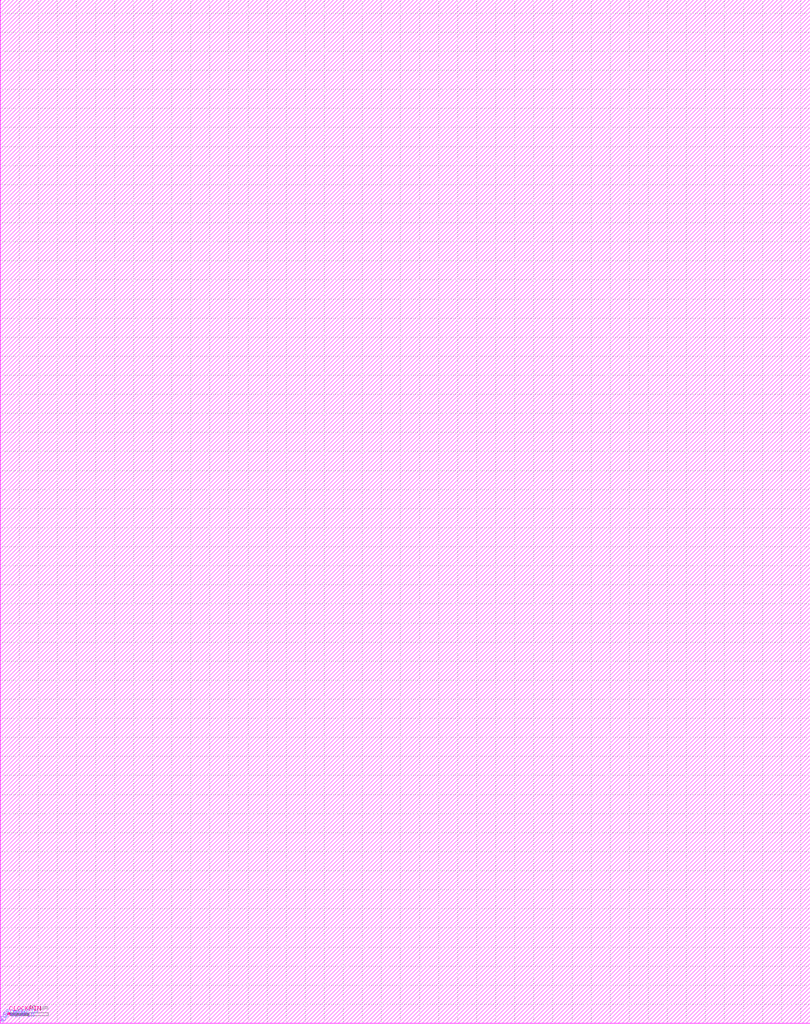
<source format=lef>
# This is mini2.lef, a copy of mini1.lef
# mini1.lef was created 1 august 1997 mro for testing parsers.  
# It is not intended to be realistic. Corrections by wyd.


NAMESCASESENSITIVE ON ;

UNITS
    DATABASE MICRONS 1000 ;
END UNITS

LAYER POLY
	TYPE MASTERSLICE ;
END POLY

LAYER CUT01
	TYPE CUT ;
END CUT01

LAYER M1
    TYPE ROUTING ;
    PITCH 2.4 ;
    WIDTH 1.0 ;
    SPACING 1.0 ;
    DIRECTION HORIZONTAL ;
    RESISTANCE RPERSQ 0.03 ;
    CAPACITANCE CPERSQDIST 2.7E-5 ;
    HEIGHT 5.07 ;
    THICKNESS 2.14 ;
    SHRINKAGE .07 ;
    EDGECAPACITANCE 9.0e-2 ;
    CAPMULTIPLIER 2.2 ;
END M1

LAYER CUT12
  TYPE CUT ; 
END CUT12

LAYER M2
    TYPE ROUTING ;
    PITCH 2.6 ;
    WIDTH 1.0 ;
    SPACING 1.0 ;
    DIRECTION VERTICAL ;
    RESISTANCE RPERSQ 0.01 ;
    CAPACITANCE CPERSQDIST 2.9E-5 ;
    HEIGHT 3.02 ;
    THICKNESS 2.12 ;
    SHRINKAGE .01 ;
    EDGECAPACITANCE 8.3e-2 ;
    CAPMULTIPLIER 0.4 ;
END M2

LAYER CUT23
  TYPE CUT ; 
END CUT23

LAYER M3
    TYPE ROUTING ;
    PITCH 3.2 ;
    WIDTH 1.8 ;
    SPACING 1.2 ;
    DIRECTION HORIZONTAL ;
    RESISTANCE RPERSQ 0.08 ;
    CAPACITANCE CPERSQDIST 2.8E-3 ;
    HEIGHT 9.07 ;
    THICKNESS 2.04 ;
    SHRINKAGE .007 ;
    EDGECAPACITANCE 1e-2 ;
    CAPMULTIPLIER 1.0 ;
END M3

VIA via01 DEFAULT
  LAYER POLY ; RECT -0.8 -0.8 0.8 0.8 ;
  LAYER CUT01 ; RECT -0.4 -0.4 0.4 0.4 ;
  LAYER M1 ; RECT -0.8 -0.8 0.8 0.8 ;
  RESISTANCE 8.0 ; 
END via01

VIA via12 DEFAULT
  LAYER M1 ; RECT -0.8 -0.8 0.8 0.8 ; 
  LAYER CUT12 ; RECT -0.4 -0.4 0.4 0.4 ; 
  LAYER M2 ; RECT -0.8 -0.8 0.8 0.8 ; 
  RESISTANCE 1.5 ; 
END via12
 
VIA via23 DEFAULT
  LAYER M2 ; RECT -0.8 -0.8 0.8 0.8 ; 
  LAYER CUT23 ; RECT -0.4 -0.4 0.4 0.4 ; 
  LAYER M3 ; RECT -1.0 -1.0 1.0 1.0 ; 
  RESISTANCE 1.5 ; 
END via23

MINFEATURE 0.01 0.02 ;

SITE ORDINARY
    CLASS CORE ;
    SYMMETRY Y ;
    SIZE 245 BY 32 ;
END ORDINARY

SITE IOSITE
    CLASS PAD ;
    SYMMETRY X Y ;
    SIZE 900 BY 1100 ;
END IOSITE

MACRO INPAD
    CLASS PAD INPUT ;
    SIZE 850 BY 1074 ;
    SYMMETRY X Y ;
    SITE IOSITE ;

    PIN OUTPIN
        USE SIGNAL ;
        DIRECTION OUTPUT ;
        PORT
            LAYER M1 ;
            RECT 1 3 5 7 ;
        END
    END OUTPIN


    PIN POWERPIN
        USE POWER ;
        PORT
            LAYER M1 ;
            RECT 1 2 3 4 ;
            LAYER M2 ;
            RECT 5 6 7 8 ;
        END
    END POWERPIN

    PIN CLOCKPIN
        USE CLOCK ;
        PORT
            LAYER M3 ;
            RECT 8 9 10 11 ;
        END
    END CLOCKPIN

END INPAD



MACRO OUTPAD
    CLASS PAD OUTPUT ;
    SIZE 850 BY 1074 ;
    SYMMETRY X Y ;
    SITE IOSITE ;

    PIN INPIN
        USE SIGNAL ;
        DIRECTION INPUT ;
        PORT
            LAYER M1 ;
            RECT 1 3 5 7 ;
        END
    END INPIN


    PIN POWERPIN
        USE POWER ;
        PORT
            LAYER M1 ;
            RECT 1 2 3 4 ;
            LAYER M2 ;
            RECT 5 6 7 8 ;
        END
    END POWERPIN

    PIN CLOCKPIN
        USE CLOCK ;
        PORT
            LAYER M3 ;
            RECT 8 9 10 11 ;
        END
    END CLOCKPIN

END OUTPAD

    

MACRO NORGATE
    CLASS CORE ;
    SIZE 16 BY 16 ;
    SYMMETRY X Y ;
    SITE ORDINARY ;

    PIN IN1
        USE SIGNAL ;
        DIRECTION INPUT ;
        PORT
            LAYER M1 ;
            RECT 1 3 5 7 ;
        END
    END IN1

    PIN IN2
        USE SIGNAL ;
        DIRECTION INPUT ;
        PORT
            LAYER M2 ;
            RECT 1 3 5 7 ;
        END
    END IN2

    PIN RESULT
        USE SIGNAL ;
        DIRECTION OUTPUT ;
        PORT
            LAYER M3 ;
            RECT 1 3 5 7 ;
        END

    END RESULT


    PIN POWERPIN
        USE POWER ;
        PORT
            LAYER M1 ;
            RECT 7 8 9 10 ;
            LAYER M2 ;
            RECT 5 6 7 8 ;
        END
    END POWERPIN

    OBS
        LAYER M2 ;
        WIDTH 0.5 ;
        RECT 10 11 12 13 ;
    END

END NORGATE

MACRO NORGATE2
    CLASS CORE ;
    ORIGIN 0.01 0.01 ;
    EEQ NORGATE ;
    LEQ NORGATE ;
    SIZE 16 BY 16 ;
    SYMMETRY X Y ;
    SITE ORDINARY ;

    PIN IN1
        USE SIGNAL ;
        DIRECTION INPUT ;
        PORT
            LAYER M1 ;
            RECT 1 3 5 7 ;
        END
    END IN1

    PIN IN2
        USE SIGNAL ;
        DIRECTION INPUT ;
        PORT
            LAYER M2 ;
            RECT 1 3 5 7 ;
        END
    END IN2

    PIN IN2BIS
        USE SIGNAL ;
        DIRECTION INPUT ;
        MUSTJOIN IN2 ;
        PORT
            LAYER M2 ;
            VIA 1 3 via23 ;
        END
    END IN2BIS

    PIN IN2TRIS
        USE SIGNAL ;
        DIRECTION INPUT ;
        LEQ IN2 ;
        PORT
            LAYER M1 ;
            RECT 0.2 0.3 0.4 0.5 ;
        END
    END IN2TRIS

    PIN BOGUS
        USE SIGNAL ;
        DIRECTION INPUT ;
    END BOGUS

    PIN BOGUS2
        USE SIGNAL ;
        DIRECTION INPUT ;
        LEQ BOGUS ;
    END BOGUS2

    PIN BOGUS3 
        USE SIGNAL ;
        DIRECTION INPUT ;
        LEQ BOGUS2 ;
    END BOGUS3


    PIN RESULT
        USE SIGNAL ;
        DIRECTION OUTPUT ;
        PORT
            LAYER M3 ;
            RECT 1 3 5 7 ;
        END

    END RESULT


    PIN POWERPIN
        USE POWER ;
        PORT
            LAYER M1 ;
            RECT 7 8 9 10 ;
            LAYER M2 ;
            RECT 5 6 7 8 ;
        END
    END POWERPIN

    OBS
        LAYER M2 ;
        WIDTH 0.5 ;
        RECT 10 11 12 13 ;
    END

END NORGATE2

MACRO NORGATE3
    CLASS CORE ;
    EEQ NORGATE ;
    SIZE 16 BY 16 ;
    SYMMETRY X Y ;
    SITE ORDINARY ;

    PIN IN1
        USE SIGNAL ;
        DIRECTION INPUT ;
        PORT
            LAYER M1 ;
            RECT 1 3 5 7 ;
        END
    END IN1

    PIN IN2
        USE SIGNAL ;
        DIRECTION INPUT ;
        PORT
            LAYER M2 ;
            RECT 1 3 5 7 ;
        END
    END IN2

    PIN RESULT
        USE SIGNAL ;
        DIRECTION OUTPUT ;
        PORT
            LAYER M3 ;
            RECT 1 3 5 7 ;
        END

    END RESULT


    PIN POWERPIN
        USE POWER ;
        PORT
            LAYER M1 ;
            RECT 7 8 9 10 ;
            LAYER M2 ;
            RECT 5 6 7 8 ;
        END
    END POWERPIN

    OBS
        LAYER M2 ;
        WIDTH 0.5 ;
        RECT 10 11 12 13 ;
    END

END NORGATE3

MACRO NORGATE4
    CLASS CORE ;
    EEQ NORGATE2 ;
    LEQ NORGATE3 ;
    SIZE 16 BY 16 ;
    SYMMETRY X Y ;
    SITE ORDINARY ;

    PIN IN1
        USE SIGNAL ;
        DIRECTION INPUT ;
        PORT
            LAYER M1 ;
            RECT 1 3 5 7 ;
        END
    END IN1

    PIN IN2
        USE SIGNAL ;
        DIRECTION INPUT ;
        PORT
            LAYER M2 ;
            RECT 1 3 5 7 ;
        END
    END IN2

    PIN RESULT
        USE SIGNAL ;
        DIRECTION OUTPUT ;
        PORT
            LAYER M3 ;
            RECT 1 3 5 7 ;
        END

    END RESULT


    PIN POWERPIN
        USE POWER ;
        PORT
            LAYER M1 ;
            RECT 7 8 9 10 ;
            LAYER M2 ;
            RECT 5 6 7 8 ;
        END
    END POWERPIN

    OBS
        LAYER M2 ;
        WIDTH 0.5 ;
        RECT 10 11 12 13 ;
    END

END NORGATE4

MACRO NORGATE5
    CLASS CORE ;
    LEQ NORGATE3 ;
    SIZE 16 BY 16 ;
    SYMMETRY X Y ;
    SITE ORDINARY ;

    PIN IN1
        USE SIGNAL ;
        DIRECTION INPUT ;
        PORT
            LAYER M1 ;
            RECT 1 3 5 7 ;
        END
    END IN1

    PIN IN2
        USE SIGNAL ;
        DIRECTION INPUT ;
        PORT
            LAYER M2 ;
            RECT 1 3 5 7 ;
        END
    END IN2

    PIN RESULT
        USE SIGNAL ;
        DIRECTION OUTPUT ;
        PORT
            LAYER M3 ;
            RECT 1 3 5 7 ;
        END

    END RESULT


    PIN POWERPIN
        USE POWER ;
        PORT
            LAYER M1 ;
            RECT 7 8 9 10 ;
            LAYER M2 ;
            RECT 5 6 7 8 ;
        END
    END POWERPIN

    OBS
        LAYER M2 ;
        WIDTH 0.5 ;
        RECT 10 11 12 13 ;
    END

END NORGATE5


</source>
